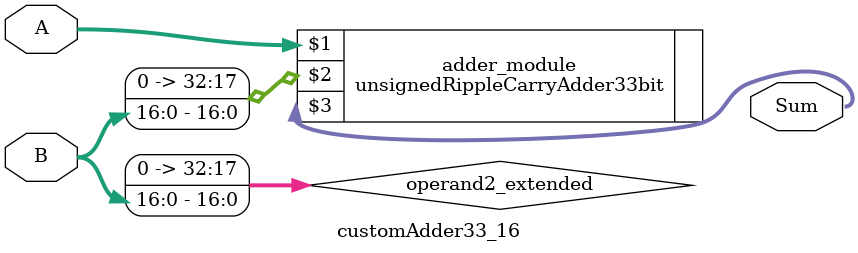
<source format=v>
module customAdder33_16(
                        input [32 : 0] A,
                        input [16 : 0] B,
                        
                        output [33 : 0] Sum
                );

        wire [32 : 0] operand2_extended;
        
        assign operand2_extended =  {16'b0, B};
        
        unsignedRippleCarryAdder33bit adder_module(
            A,
            operand2_extended,
            Sum
        );
        
        endmodule
        
</source>
